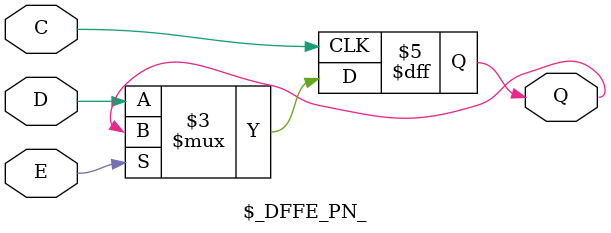
<source format=v>
module \$_DFFE_PN_ (D, C, E, Q);
input D, C, E;
output reg Q;
always @(posedge C) begin
	if (!E) Q <= D;
end
endmodule

</source>
